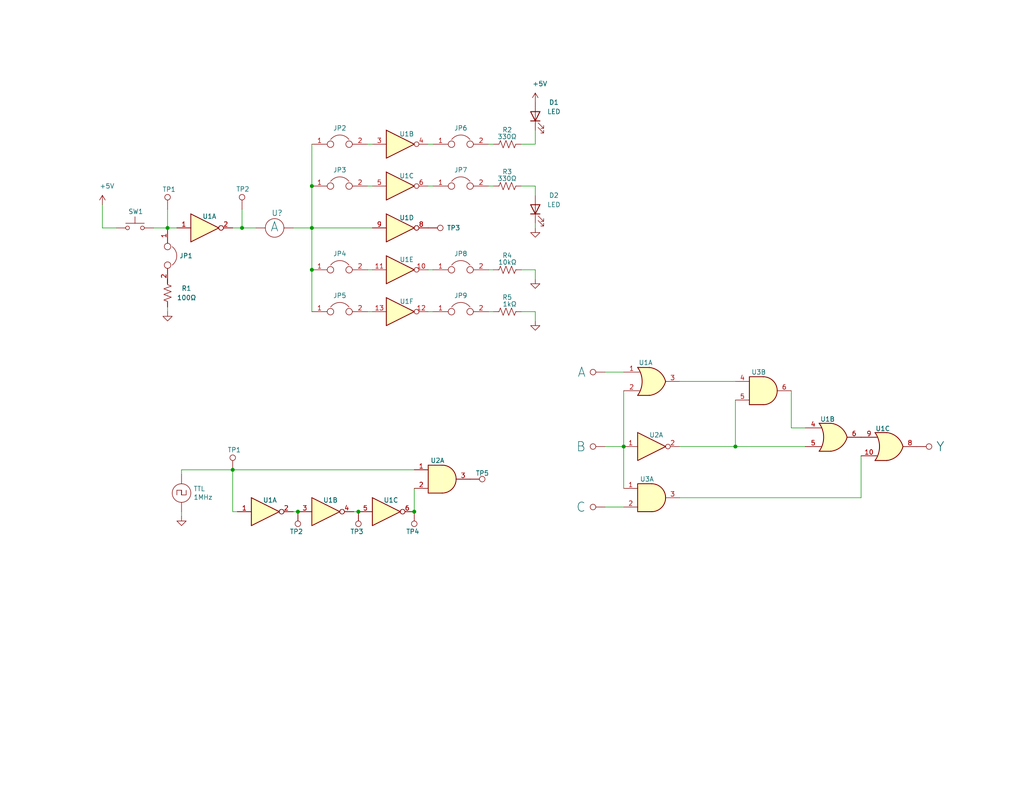
<source format=kicad_sch>
(kicad_sch (version 20211123) (generator eeschema)
  (paper "A")
  (lib_symbols
    (symbol "S2020-rescue:+5V-power" (power) (pin_names (offset 0))
      (property "Value" "+5V-power" (at 0 3.556 0))
      (symbol "+5V-power_0_1"
        (polyline (pts (xy -0.762 1.27) (xy 0 2.54)))
        (polyline (pts (xy 0 0) (xy 0 2.54)))
        (polyline (pts (xy 0 2.54) (xy 0.762 1.27)))
      )
      (symbol "+5V-power_1_1"
        (pin power_in line (at 0 0 90) (length 0) hide (name "+5V") (number "1"))
      )
    )
    (symbol "S2020-rescue:74LS04-74xx"
      (property "Reference" "U" (at 0 1.27 0))
      (property "Value" "74LS04-74xx" (at 0 -1.27 0))
      (symbol "74LS04-74xx_1_0"
        (polyline (pts (xy -3.81 3.81) (xy -3.81 -3.81) (xy 3.81 0) (xy -3.81 3.81)) (stroke (width 0.254)) (fill (type background)))
        (pin input line (at -7.62 0 0) (length 3.81) (name "~") (number "1"))
        (pin output inverted (at 7.62 0 180) (length 3.81) (name "~") (number "2"))
      )
      (symbol "74LS04-74xx_2_0"
        (polyline (pts (xy -3.81 3.81) (xy -3.81 -3.81) (xy 3.81 0) (xy -3.81 3.81)) (stroke (width 0.254)) (fill (type background)))
        (pin input line (at -7.62 0 0) (length 3.81) (name "~") (number "3"))
        (pin output inverted (at 7.62 0 180) (length 3.81) (name "~") (number "4"))
      )
      (symbol "74LS04-74xx_3_0"
        (polyline (pts (xy -3.81 3.81) (xy -3.81 -3.81) (xy 3.81 0) (xy -3.81 3.81)) (stroke (width 0.254)) (fill (type background)))
        (pin input line (at -7.62 0 0) (length 3.81) (name "~") (number "5"))
        (pin output inverted (at 7.62 0 180) (length 3.81) (name "~") (number "6"))
      )
      (symbol "74LS04-74xx_4_0"
        (polyline (pts (xy -3.81 3.81) (xy -3.81 -3.81) (xy 3.81 0) (xy -3.81 3.81)) (stroke (width 0.254)) (fill (type background)))
        (pin output inverted (at 7.62 0 180) (length 3.81) (name "~") (number "8"))
        (pin input line (at -7.62 0 0) (length 3.81) (name "~") (number "9"))
      )
      (symbol "74LS04-74xx_5_0"
        (polyline (pts (xy -3.81 3.81) (xy -3.81 -3.81) (xy 3.81 0) (xy -3.81 3.81)) (stroke (width 0.254)) (fill (type background)))
        (pin output inverted (at 7.62 0 180) (length 3.81) (name "~") (number "10"))
        (pin input line (at -7.62 0 0) (length 3.81) (name "~") (number "11"))
      )
      (symbol "74LS04-74xx_6_0"
        (polyline (pts (xy -3.81 3.81) (xy -3.81 -3.81) (xy 3.81 0) (xy -3.81 3.81)) (stroke (width 0.254)) (fill (type background)))
        (pin output inverted (at 7.62 0 180) (length 3.81) (name "~") (number "12"))
        (pin input line (at -7.62 0 0) (length 3.81) (name "~") (number "13"))
      )
      (symbol "74LS04-74xx_7_0"
        (pin power_in line (at 0 12.7 270) (length 5.08) (name "VCC") (number "14"))
        (pin power_in line (at 0 -12.7 90) (length 5.08) (name "GND") (number "7"))
      )
      (symbol "74LS04-74xx_7_1"
        (rectangle (start -5.08 7.62) (end 5.08 -7.62) (stroke (width 0.254)) (fill (type background)))
      )
    )
    (symbol "S2020-rescue:74LS08-74xx" (pin_names (offset 1.016))
      (property "Reference" "U" (at 0 1.27 0))
      (property "Value" "74LS08-74xx" (at 0 -1.27 0))
      (symbol "74LS08-74xx_1_1"
        (arc (start 0 -3.81) (mid 3.81 0) (end 0 3.81) (stroke (width 0.254)) (fill (type background)))
        (polyline (pts (xy 0 3.81) (xy -3.81 3.81) (xy -3.81 -3.81) (xy 0 -3.81)) (stroke (width 0.254)) (fill (type background)))
        (pin input line (at -7.62 2.54 0) (length 3.81) (name "~") (number "1"))
        (pin input line (at -7.62 -2.54 0) (length 3.81) (name "~") (number "2"))
        (pin output line (at 7.62 0 180) (length 3.81) (name "~") (number "3"))
      )
      (symbol "74LS08-74xx_1_2"
        (arc (start -3.81 -3.81) (mid -2.589 0) (end -3.81 3.81) (stroke (width 0.254)))
        (arc (start -0.6096 -3.81) (mid 2.1842 -2.5851) (end 3.81 0) (stroke (width 0.254)) (fill (type background)))
        (polyline (pts (xy -3.81 -3.81) (xy -0.635 -3.81)) (stroke (width 0.254)) (fill (type background)))
        (polyline (pts (xy -3.81 3.81) (xy -0.635 3.81)) (stroke (width 0.254)) (fill (type background)))
        (polyline (pts (xy -0.635 3.81) (xy -3.81 3.81) (xy -3.81 3.81) (xy -3.556 3.4036) (xy -3.0226 2.2606) (xy -2.6924 1.0414) (xy -2.6162 -0.254) (xy -2.7686 -1.4986) (xy -3.175 -2.7178) (xy -3.81 -3.81) (xy -3.81 -3.81) (xy -0.635 -3.81)) (stroke (width -25.4)) (fill (type background)))
        (arc (start 3.81 0) (mid 2.1915 2.5936) (end -0.6096 3.81) (stroke (width 0.254)) (fill (type background)))
        (pin input inverted (at -7.62 2.54 0) (length 4.318) (name "~") (number "1"))
        (pin input inverted (at -7.62 -2.54 0) (length 4.318) (name "~") (number "2"))
        (pin output inverted (at 7.62 0 180) (length 3.81) (name "~") (number "3"))
      )
      (symbol "74LS08-74xx_2_1"
        (arc (start 0 -3.81) (mid 3.81 0) (end 0 3.81) (stroke (width 0.254)) (fill (type background)))
        (polyline (pts (xy 0 3.81) (xy -3.81 3.81) (xy -3.81 -3.81) (xy 0 -3.81)) (stroke (width 0.254)) (fill (type background)))
        (pin input line (at -7.62 2.54 0) (length 3.81) (name "~") (number "4"))
        (pin input line (at -7.62 -2.54 0) (length 3.81) (name "~") (number "5"))
        (pin output line (at 7.62 0 180) (length 3.81) (name "~") (number "6"))
      )
      (symbol "74LS08-74xx_2_2"
        (arc (start -3.81 -3.81) (mid -2.589 0) (end -3.81 3.81) (stroke (width 0.254)))
        (arc (start -0.6096 -3.81) (mid 2.1842 -2.5851) (end 3.81 0) (stroke (width 0.254)) (fill (type background)))
        (polyline (pts (xy -3.81 -3.81) (xy -0.635 -3.81)) (stroke (width 0.254)) (fill (type background)))
        (polyline (pts (xy -3.81 3.81) (xy -0.635 3.81)) (stroke (width 0.254)) (fill (type background)))
        (polyline (pts (xy -0.635 3.81) (xy -3.81 3.81) (xy -3.81 3.81) (xy -3.556 3.4036) (xy -3.0226 2.2606) (xy -2.6924 1.0414) (xy -2.6162 -0.254) (xy -2.7686 -1.4986) (xy -3.175 -2.7178) (xy -3.81 -3.81) (xy -3.81 -3.81) (xy -0.635 -3.81)) (stroke (width -25.4)) (fill (type background)))
        (arc (start 3.81 0) (mid 2.1915 2.5936) (end -0.6096 3.81) (stroke (width 0.254)) (fill (type background)))
        (pin input inverted (at -7.62 2.54 0) (length 4.318) (name "~") (number "4"))
        (pin input inverted (at -7.62 -2.54 0) (length 4.318) (name "~") (number "5"))
        (pin output inverted (at 7.62 0 180) (length 3.81) (name "~") (number "6"))
      )
      (symbol "74LS08-74xx_3_1"
        (arc (start 0 -3.81) (mid 3.81 0) (end 0 3.81) (stroke (width 0.254)) (fill (type background)))
        (polyline (pts (xy 0 3.81) (xy -3.81 3.81) (xy -3.81 -3.81) (xy 0 -3.81)) (stroke (width 0.254)) (fill (type background)))
        (pin input line (at -7.62 -2.54 0) (length 3.81) (name "~") (number "10"))
        (pin output line (at 7.62 0 180) (length 3.81) (name "~") (number "8"))
        (pin input line (at -7.62 2.54 0) (length 3.81) (name "~") (number "9"))
      )
      (symbol "74LS08-74xx_3_2"
        (arc (start -3.81 -3.81) (mid -2.589 0) (end -3.81 3.81) (stroke (width 0.254)))
        (arc (start -0.6096 -3.81) (mid 2.1842 -2.5851) (end 3.81 0) (stroke (width 0.254)) (fill (type background)))
        (polyline (pts (xy -3.81 -3.81) (xy -0.635 -3.81)) (stroke (width 0.254)) (fill (type background)))
        (polyline (pts (xy -3.81 3.81) (xy -0.635 3.81)) (stroke (width 0.254)) (fill (type background)))
        (polyline (pts (xy -0.635 3.81) (xy -3.81 3.81) (xy -3.81 3.81) (xy -3.556 3.4036) (xy -3.0226 2.2606) (xy -2.6924 1.0414) (xy -2.6162 -0.254) (xy -2.7686 -1.4986) (xy -3.175 -2.7178) (xy -3.81 -3.81) (xy -3.81 -3.81) (xy -0.635 -3.81)) (stroke (width -25.4)) (fill (type background)))
        (arc (start 3.81 0) (mid 2.1915 2.5936) (end -0.6096 3.81) (stroke (width 0.254)) (fill (type background)))
        (pin input inverted (at -7.62 -2.54 0) (length 4.318) (name "~") (number "10"))
        (pin output inverted (at 7.62 0 180) (length 3.81) (name "~") (number "8"))
        (pin input inverted (at -7.62 2.54 0) (length 4.318) (name "~") (number "9"))
      )
      (symbol "74LS08-74xx_4_1"
        (arc (start 0 -3.81) (mid 3.81 0) (end 0 3.81) (stroke (width 0.254)) (fill (type background)))
        (polyline (pts (xy 0 3.81) (xy -3.81 3.81) (xy -3.81 -3.81) (xy 0 -3.81)) (stroke (width 0.254)) (fill (type background)))
        (pin output line (at 7.62 0 180) (length 3.81) (name "~") (number "11"))
        (pin input line (at -7.62 2.54 0) (length 3.81) (name "~") (number "12"))
        (pin input line (at -7.62 -2.54 0) (length 3.81) (name "~") (number "13"))
      )
      (symbol "74LS08-74xx_4_2"
        (arc (start -3.81 -3.81) (mid -2.589 0) (end -3.81 3.81) (stroke (width 0.254)))
        (arc (start -0.6096 -3.81) (mid 2.1842 -2.5851) (end 3.81 0) (stroke (width 0.254)) (fill (type background)))
        (polyline (pts (xy -3.81 -3.81) (xy -0.635 -3.81)) (stroke (width 0.254)) (fill (type background)))
        (polyline (pts (xy -3.81 3.81) (xy -0.635 3.81)) (stroke (width 0.254)) (fill (type background)))
        (polyline (pts (xy -0.635 3.81) (xy -3.81 3.81) (xy -3.81 3.81) (xy -3.556 3.4036) (xy -3.0226 2.2606) (xy -2.6924 1.0414) (xy -2.6162 -0.254) (xy -2.7686 -1.4986) (xy -3.175 -2.7178) (xy -3.81 -3.81) (xy -3.81 -3.81) (xy -0.635 -3.81)) (stroke (width -25.4)) (fill (type background)))
        (arc (start 3.81 0) (mid 2.1915 2.5936) (end -0.6096 3.81) (stroke (width 0.254)) (fill (type background)))
        (pin output inverted (at 7.62 0 180) (length 3.81) (name "~") (number "11"))
        (pin input inverted (at -7.62 2.54 0) (length 4.318) (name "~") (number "12"))
        (pin input inverted (at -7.62 -2.54 0) (length 4.318) (name "~") (number "13"))
      )
      (symbol "74LS08-74xx_5_0"
        (pin power_in line (at 0 12.7 270) (length 5.08) (name "VCC") (number "14"))
        (pin power_in line (at 0 -12.7 90) (length 5.08) (name "GND") (number "7"))
      )
      (symbol "74LS08-74xx_5_1"
        (rectangle (start -5.08 7.62) (end 5.08 -7.62) (stroke (width 0.254)) (fill (type background)))
      )
    )
    (symbol "S2020-rescue:74LS32-74xx" (pin_names (offset 1.016))
      (property "Reference" "U" (at 0 1.27 0))
      (property "Value" "74LS32-74xx" (at 0 -1.27 0))
      (symbol "74LS32-74xx_1_1"
        (arc (start -3.81 -3.81) (mid -2.589 0) (end -3.81 3.81) (stroke (width 0.254)))
        (arc (start -0.6096 -3.81) (mid 2.1842 -2.5851) (end 3.81 0) (stroke (width 0.254)) (fill (type background)))
        (polyline (pts (xy -3.81 -3.81) (xy -0.635 -3.81)) (stroke (width 0.254)) (fill (type background)))
        (polyline (pts (xy -3.81 3.81) (xy -0.635 3.81)) (stroke (width 0.254)) (fill (type background)))
        (polyline (pts (xy -0.635 3.81) (xy -3.81 3.81) (xy -3.81 3.81) (xy -3.556 3.4036) (xy -3.0226 2.2606) (xy -2.6924 1.0414) (xy -2.6162 -0.254) (xy -2.7686 -1.4986) (xy -3.175 -2.7178) (xy -3.81 -3.81) (xy -3.81 -3.81) (xy -0.635 -3.81)) (stroke (width -25.4)) (fill (type background)))
        (arc (start 3.81 0) (mid 2.1915 2.5936) (end -0.6096 3.81) (stroke (width 0.254)) (fill (type background)))
        (pin input line (at -7.62 2.54 0) (length 4.318) (name "~") (number "1"))
        (pin input line (at -7.62 -2.54 0) (length 4.318) (name "~") (number "2"))
        (pin output line (at 7.62 0 180) (length 3.81) (name "~") (number "3"))
      )
      (symbol "74LS32-74xx_1_2"
        (arc (start 0 -3.81) (mid 3.81 0) (end 0 3.81) (stroke (width 0.254)) (fill (type background)))
        (polyline (pts (xy 0 3.81) (xy -3.81 3.81) (xy -3.81 -3.81) (xy 0 -3.81)) (stroke (width 0.254)) (fill (type background)))
        (pin input inverted (at -7.62 2.54 0) (length 3.81) (name "~") (number "1"))
        (pin input inverted (at -7.62 -2.54 0) (length 3.81) (name "~") (number "2"))
        (pin output inverted (at 7.62 0 180) (length 3.81) (name "~") (number "3"))
      )
      (symbol "74LS32-74xx_2_1"
        (arc (start -3.81 -3.81) (mid -2.589 0) (end -3.81 3.81) (stroke (width 0.254)))
        (arc (start -0.6096 -3.81) (mid 2.1842 -2.5851) (end 3.81 0) (stroke (width 0.254)) (fill (type background)))
        (polyline (pts (xy -3.81 -3.81) (xy -0.635 -3.81)) (stroke (width 0.254)) (fill (type background)))
        (polyline (pts (xy -3.81 3.81) (xy -0.635 3.81)) (stroke (width 0.254)) (fill (type background)))
        (polyline (pts (xy -0.635 3.81) (xy -3.81 3.81) (xy -3.81 3.81) (xy -3.556 3.4036) (xy -3.0226 2.2606) (xy -2.6924 1.0414) (xy -2.6162 -0.254) (xy -2.7686 -1.4986) (xy -3.175 -2.7178) (xy -3.81 -3.81) (xy -3.81 -3.81) (xy -0.635 -3.81)) (stroke (width -25.4)) (fill (type background)))
        (arc (start 3.81 0) (mid 2.1915 2.5936) (end -0.6096 3.81) (stroke (width 0.254)) (fill (type background)))
        (pin input line (at -7.62 2.54 0) (length 4.318) (name "~") (number "4"))
        (pin input line (at -7.62 -2.54 0) (length 4.318) (name "~") (number "5"))
        (pin output line (at 7.62 0 180) (length 3.81) (name "~") (number "6"))
      )
      (symbol "74LS32-74xx_2_2"
        (arc (start 0 -3.81) (mid 3.81 0) (end 0 3.81) (stroke (width 0.254)) (fill (type background)))
        (polyline (pts (xy 0 3.81) (xy -3.81 3.81) (xy -3.81 -3.81) (xy 0 -3.81)) (stroke (width 0.254)) (fill (type background)))
        (pin input inverted (at -7.62 2.54 0) (length 3.81) (name "~") (number "4"))
        (pin input inverted (at -7.62 -2.54 0) (length 3.81) (name "~") (number "5"))
        (pin output inverted (at 7.62 0 180) (length 3.81) (name "~") (number "6"))
      )
      (symbol "74LS32-74xx_3_1"
        (arc (start -3.81 -3.81) (mid -2.589 0) (end -3.81 3.81) (stroke (width 0.254)))
        (arc (start -0.6096 -3.81) (mid 2.1842 -2.5851) (end 3.81 0) (stroke (width 0.254)) (fill (type background)))
        (polyline (pts (xy -3.81 -3.81) (xy -0.635 -3.81)) (stroke (width 0.254)) (fill (type background)))
        (polyline (pts (xy -3.81 3.81) (xy -0.635 3.81)) (stroke (width 0.254)) (fill (type background)))
        (polyline (pts (xy -0.635 3.81) (xy -3.81 3.81) (xy -3.81 3.81) (xy -3.556 3.4036) (xy -3.0226 2.2606) (xy -2.6924 1.0414) (xy -2.6162 -0.254) (xy -2.7686 -1.4986) (xy -3.175 -2.7178) (xy -3.81 -3.81) (xy -3.81 -3.81) (xy -0.635 -3.81)) (stroke (width -25.4)) (fill (type background)))
        (arc (start 3.81 0) (mid 2.1915 2.5936) (end -0.6096 3.81) (stroke (width 0.254)) (fill (type background)))
        (pin input line (at -7.62 -2.54 0) (length 4.318) (name "~") (number "10"))
        (pin output line (at 7.62 0 180) (length 3.81) (name "~") (number "8"))
        (pin input line (at -7.62 2.54 0) (length 4.318) (name "~") (number "9"))
      )
      (symbol "74LS32-74xx_3_2"
        (arc (start 0 -3.81) (mid 3.81 0) (end 0 3.81) (stroke (width 0.254)) (fill (type background)))
        (polyline (pts (xy 0 3.81) (xy -3.81 3.81) (xy -3.81 -3.81) (xy 0 -3.81)) (stroke (width 0.254)) (fill (type background)))
        (pin input inverted (at -7.62 -2.54 0) (length 3.81) (name "~") (number "10"))
        (pin output inverted (at 7.62 0 180) (length 3.81) (name "~") (number "8"))
        (pin input inverted (at -7.62 2.54 0) (length 3.81) (name "~") (number "9"))
      )
      (symbol "74LS32-74xx_4_1"
        (arc (start -3.81 -3.81) (mid -2.589 0) (end -3.81 3.81) (stroke (width 0.254)))
        (arc (start -0.6096 -3.81) (mid 2.1842 -2.5851) (end 3.81 0) (stroke (width 0.254)) (fill (type background)))
        (polyline (pts (xy -3.81 -3.81) (xy -0.635 -3.81)) (stroke (width 0.254)) (fill (type background)))
        (polyline (pts (xy -3.81 3.81) (xy -0.635 3.81)) (stroke (width 0.254)) (fill (type background)))
        (polyline (pts (xy -0.635 3.81) (xy -3.81 3.81) (xy -3.81 3.81) (xy -3.556 3.4036) (xy -3.0226 2.2606) (xy -2.6924 1.0414) (xy -2.6162 -0.254) (xy -2.7686 -1.4986) (xy -3.175 -2.7178) (xy -3.81 -3.81) (xy -3.81 -3.81) (xy -0.635 -3.81)) (stroke (width -25.4)) (fill (type background)))
        (arc (start 3.81 0) (mid 2.1915 2.5936) (end -0.6096 3.81) (stroke (width 0.254)) (fill (type background)))
        (pin output line (at 7.62 0 180) (length 3.81) (name "~") (number "11"))
        (pin input line (at -7.62 2.54 0) (length 4.318) (name "~") (number "12"))
        (pin input line (at -7.62 -2.54 0) (length 4.318) (name "~") (number "13"))
      )
      (symbol "74LS32-74xx_4_2"
        (arc (start 0 -3.81) (mid 3.81 0) (end 0 3.81) (stroke (width 0.254)) (fill (type background)))
        (polyline (pts (xy 0 3.81) (xy -3.81 3.81) (xy -3.81 -3.81) (xy 0 -3.81)) (stroke (width 0.254)) (fill (type background)))
        (pin output inverted (at 7.62 0 180) (length 3.81) (name "~") (number "11"))
        (pin input inverted (at -7.62 2.54 0) (length 3.81) (name "~") (number "12"))
        (pin input inverted (at -7.62 -2.54 0) (length 3.81) (name "~") (number "13"))
      )
      (symbol "74LS32-74xx_5_0"
        (pin power_in line (at 0 12.7 270) (length 5.08) (name "VCC") (number "14"))
        (pin power_in line (at 0 -12.7 90) (length 5.08) (name "GND") (number "7"))
      )
      (symbol "74LS32-74xx_5_1"
        (rectangle (start -5.08 7.62) (end 5.08 -7.62) (stroke (width 0.254)) (fill (type background)))
      )
    )
    (symbol "S2020-rescue:Amp-Meter-00TJR" (pin_numbers hide) (pin_names (offset 0))
      (property "Reference" "A" (at 4.318 0 0))
      (property "Value" "Amp-Meter-00TJR" (at 6.8834 2.667 0))
      (symbol "Amp-Meter-00TJR_0_1"
        (circle (center 5.08 0) (radius 2.54))
      )
      (symbol "Amp-Meter-00TJR_1_1"
        (pin passive line (at 0 0 0) (length 2.54) (name "~") (number "1"))
        (pin passive line (at 10.16 0 180) (length 2.54) (name "~") (number "2"))
      )
    )
    (symbol "S2020-rescue:GND-00TJR" (power) (pin_names (offset 0))
      (property "Value" "GND-00TJR" (at 0 -3.81 0))
      (symbol "GND-00TJR_0_1"
        (polyline (pts (xy 0 0) (xy 0 -1.27) (xy 1.27 -1.27) (xy 0 -2.54) (xy -1.27 -1.27) (xy 0 -1.27)))
      )
      (symbol "GND-00TJR_1_1"
        (pin power_in line (at 0 0 270) (length 0) hide (name "GND") (number "1"))
      )
    )
    (symbol "S2020-rescue:Jumper-Device" (pin_names (offset 0.762) hide)
      (property "Reference" "JP" (at 0 3.81 0))
      (property "Value" "Jumper-Device" (at 0 -2.032 0))
      (symbol "Jumper-Device_0_1"
        (circle (center -2.54 0) (radius 0.889))
        (arc (start 2.5146 1.27) (mid 0.0078 2.5097) (end -2.4892 1.27))
        (circle (center 2.54 0) (radius 0.889))
        (pin passive line (at -7.62 0 0) (length 4.191) (name "1") (number "1"))
        (pin passive line (at 7.62 0 180) (length 4.191) (name "2") (number "2"))
      )
    )
    (symbol "S2020-rescue:LED-Device" (pin_numbers hide) (pin_names (offset 1.016) hide)
      (property "Reference" "D" (at 0 2.54 0))
      (property "Value" "LED-Device" (at 0 -2.54 0))
      (symbol "LED-Device_0_1"
        (polyline (pts (xy -1.27 -1.27) (xy -1.27 1.27)) (stroke (width 0.254)))
        (polyline (pts (xy -1.27 0) (xy 1.27 0)))
        (polyline (pts (xy 1.27 -1.27) (xy 1.27 1.27) (xy -1.27 0) (xy 1.27 -1.27)) (stroke (width 0.254)))
        (polyline (pts (xy -3.048 -0.762) (xy -4.572 -2.286) (xy -3.81 -2.286) (xy -4.572 -2.286) (xy -4.572 -1.524)))
        (polyline (pts (xy -1.778 -0.762) (xy -3.302 -2.286) (xy -2.54 -2.286) (xy -3.302 -2.286) (xy -3.302 -1.524)))
      )
      (symbol "LED-Device_1_1"
        (pin passive line (at -3.81 0 0) (length 2.54) (name "K") (number "1"))
        (pin passive line (at 3.81 0 180) (length 2.54) (name "A") (number "2"))
      )
    )
    (symbol "S2020-rescue:Oscilloscope-Device" (pin_numbers hide) (pin_names (offset 0.0254) hide)
      (property "Reference" "MES" (at -3.302 1.016 0))
      (property "Value" "Oscilloscope-Device" (at -3.302 -0.762 0))
      (symbol "Oscilloscope-Device_0_0"
        (arc (start -1.016 0.508) (mid -1.397 0.889) (end -1.778 0.508) (stroke (width 0.254)))
        (arc (start -0.762 -0.508) (mid -0.381 -0.889) (end 0 -0.508) (stroke (width 0.254)))
        (polyline (pts (xy -1.778 0.508) (xy -1.905 0)) (stroke (width 0.254)))
        (polyline (pts (xy -1.016 0.508) (xy -0.762 -0.508)) (stroke (width 0.254)))
        (polyline (pts (xy 0 -0.508) (xy 0.254 0.508)) (stroke (width 0.254)))
        (polyline (pts (xy 1.016 0.508) (xy 1.27 -0.508)) (stroke (width 0.254)))
        (polyline (pts (xy 2.032 -0.508) (xy 2.159 0)) (stroke (width 0.254)))
        (arc (start 1.016 0.508) (mid 0.635 0.889) (end 0.254 0.508) (stroke (width 0.254)))
        (arc (start 1.27 -0.508) (mid 1.651 -0.889) (end 2.032 -0.508) (stroke (width 0.254)))
      )
      (symbol "Oscilloscope-Device_0_1"
        (polyline (pts (xy 0.254 3.81) (xy 0.762 3.81)))
        (polyline (pts (xy 0.508 4.064) (xy 0.508 3.556)))
        (circle (center 0 0) (radius 2.54) (stroke (width 0.254)))
      )
      (symbol "Oscilloscope-Device_1_1"
        (pin passive line (at 0 -5.08 90) (length 2.54) (name "-") (number "1"))
        (pin passive line (at 0 5.08 270) (length 2.54) (name "+") (number "2"))
      )
    )
    (symbol "S2020-rescue:R_US-Device" (pin_numbers hide) (pin_names (offset 0))
      (property "Reference" "R" (at 2.54 0 90))
      (property "Value" "R_US-Device" (at -2.54 0 90))
      (symbol "R_US-Device_0_1"
        (polyline (pts (xy 0 -2.286) (xy 0 -2.54)))
        (polyline (pts (xy 0 2.286) (xy 0 2.54)))
        (polyline (pts (xy 0 -0.762) (xy 1.016 -1.143) (xy 0 -1.524) (xy -1.016 -1.905) (xy 0 -2.286)))
        (polyline (pts (xy 0 0.762) (xy 1.016 0.381) (xy 0 0) (xy -1.016 -0.381) (xy 0 -0.762)))
        (polyline (pts (xy 0 2.286) (xy 1.016 1.905) (xy 0 1.524) (xy -1.016 1.143) (xy 0 0.762)))
      )
      (symbol "R_US-Device_1_1"
        (pin passive line (at 0 3.81 270) (length 1.27) (name "~") (number "1"))
        (pin passive line (at 0 -3.81 90) (length 1.27) (name "~") (number "2"))
      )
    )
    (symbol "S2020-rescue:SQgen-00TJR" (pin_numbers hide) (pin_names (offset 0))
      (property "Reference" "G" (at -4.8768 1.3462 0))
      (property "Value" "SQgen-00TJR" (at -4.8514 3.429 0))
      (symbol "SQgen-00TJR_0_1"
        (polyline (pts (xy -1.27 0.762) (xy -1.27 -0.508)))
        (polyline (pts (xy -1.27 0.762) (xy 0 0.762)))
        (polyline (pts (xy 0 -0.508) (xy 0 0.762)))
        (polyline (pts (xy 0 -0.508) (xy 1.27 -0.508)))
        (polyline (pts (xy 0 0.762) (xy 0 -0.508)))
        (polyline (pts (xy 1.27 -0.508) (xy 1.27 0.762)))
        (circle (center 0 0) (radius 2.54))
      )
      (symbol "SQgen-00TJR_1_1"
        (pin passive line (at 0 5.08 270) (length 2.54) (name "~") (number "1"))
        (pin passive line (at 0 -5.08 90) (length 2.54) (name "~") (number "2"))
      )
    )
    (symbol "S2020-rescue:SW_Push-Switch" (pin_numbers hide) (pin_names (offset 1.016) hide)
      (property "Reference" "SW" (at 1.27 2.54 0))
      (property "Value" "SW_Push-Switch" (at 0 -1.524 0))
      (symbol "SW_Push-Switch_0_1"
        (circle (center -2.032 0) (radius 0.508))
        (polyline (pts (xy 0 1.27) (xy 0 3.048)))
        (polyline (pts (xy 2.54 1.27) (xy -2.54 1.27)))
        (circle (center 2.032 0) (radius 0.508))
        (pin passive line (at -5.08 0 0) (length 2.54) (name "1") (number "1"))
        (pin passive line (at 5.08 0 180) (length 2.54) (name "2") (number "2"))
      )
    )
    (symbol "S2020-rescue:TestPoint-Connector" (pin_numbers hide) (pin_names (offset 0.762) hide)
      (property "Reference" "TP" (at 0 6.858 0))
      (property "Value" "TestPoint-Connector" (at 0 5.08 0))
      (symbol "TestPoint-Connector_0_1"
        (circle (center 0 3.302) (radius 0.762))
      )
      (symbol "TestPoint-Connector_1_1"
        (pin passive line (at 0 0 90) (length 2.54) (name "1") (number "1"))
      )
    )
  )
  (junction (at 85.09 73.66))
  (junction (at 113.03 139.7))
  (junction (at 200.66 121.92))
  (junction (at 63.5 128.27))
  (junction (at 45.72 62.23))
  (junction (at 170.18 121.92))
  (junction (at 97.79 139.7))
  (junction (at 81.28 139.7))
  (junction (at 85.09 62.23))
  (junction (at 66.04 62.23))
  (junction (at 85.09 50.8))
  (wire (pts (xy 100.33 50.8) (xy 101.6 50.8)))
  (wire (pts (xy 185.42 104.14) (xy 200.66 104.14)))
  (wire (pts (xy 116.84 39.37) (xy 118.11 39.37)))
  (wire (pts (xy 113.03 133.35) (xy 113.03 139.7)))
  (wire (pts (xy 200.66 109.22) (xy 200.66 121.92)))
  (wire (pts (xy 170.18 133.35) (xy 170.18 121.92)))
  (wire (pts (xy 63.5 62.23) (xy 66.04 62.23)))
  (wire (pts (xy 85.09 73.66) (xy 85.09 85.09)))
  (wire (pts (xy 85.09 50.8) (xy 85.09 62.23)))
  (wire (pts (xy 146.05 85.09) (xy 146.05 87.63)))
  (wire (pts (xy 133.35 50.8) (xy 134.62 50.8)))
  (wire (pts (xy 64.77 139.7) (xy 63.5 139.7)))
  (wire (pts (xy 97.79 139.7) (xy 96.52 139.7)))
  (wire (pts (xy 63.5 128.27) (xy 113.03 128.27)))
  (wire (pts (xy 146.05 39.37) (xy 146.05 35.56)))
  (wire (pts (xy 66.04 57.15) (xy 66.04 62.23)))
  (wire (pts (xy 85.09 39.37) (xy 85.09 50.8)))
  (wire (pts (xy 63.5 139.7) (xy 63.5 128.27)))
  (wire (pts (xy 66.04 62.23) (xy 69.85 62.23)))
  (wire (pts (xy 116.84 50.8) (xy 118.11 50.8)))
  (wire (pts (xy 27.94 55.88) (xy 27.94 62.23)))
  (wire (pts (xy 45.72 77.47) (xy 45.72 76.2)))
  (wire (pts (xy 116.84 85.09) (xy 118.11 85.09)))
  (wire (pts (xy 49.53 139.7) (xy 49.53 140.97)))
  (wire (pts (xy 215.9 106.68) (xy 215.9 116.84)))
  (wire (pts (xy 142.24 85.09) (xy 146.05 85.09)))
  (wire (pts (xy 133.35 73.66) (xy 134.62 73.66)))
  (wire (pts (xy 146.05 50.8) (xy 146.05 53.34)))
  (wire (pts (xy 45.72 57.15) (xy 45.72 62.23)))
  (wire (pts (xy 27.94 62.23) (xy 31.75 62.23)))
  (wire (pts (xy 116.84 73.66) (xy 118.11 73.66)))
  (wire (pts (xy 170.18 101.6) (xy 165.1 101.6)))
  (wire (pts (xy 45.72 83.82) (xy 45.72 85.09)))
  (wire (pts (xy 48.26 62.23) (xy 45.72 62.23)))
  (wire (pts (xy 133.35 85.09) (xy 134.62 85.09)))
  (wire (pts (xy 142.24 39.37) (xy 146.05 39.37)))
  (wire (pts (xy 63.5 128.27) (xy 49.53 128.27)))
  (wire (pts (xy 185.42 121.92) (xy 200.66 121.92)))
  (wire (pts (xy 142.24 50.8) (xy 146.05 50.8)))
  (wire (pts (xy 81.28 139.7) (xy 80.01 139.7)))
  (wire (pts (xy 100.33 73.66) (xy 101.6 73.66)))
  (wire (pts (xy 146.05 73.66) (xy 146.05 76.2)))
  (wire (pts (xy 80.01 62.23) (xy 85.09 62.23)))
  (wire (pts (xy 170.18 121.92) (xy 165.1 121.92)))
  (wire (pts (xy 200.66 121.92) (xy 219.71 121.92)))
  (wire (pts (xy 100.33 39.37) (xy 101.6 39.37)))
  (wire (pts (xy 234.95 135.89) (xy 234.95 124.46)))
  (wire (pts (xy 100.33 85.09) (xy 101.6 85.09)))
  (wire (pts (xy 170.18 138.43) (xy 165.1 138.43)))
  (wire (pts (xy 49.53 128.27) (xy 49.53 129.54)))
  (wire (pts (xy 146.05 60.96) (xy 146.05 62.23)))
  (wire (pts (xy 133.35 39.37) (xy 134.62 39.37)))
  (wire (pts (xy 41.91 62.23) (xy 45.72 62.23)))
  (wire (pts (xy 85.09 62.23) (xy 101.6 62.23)))
  (wire (pts (xy 215.9 116.84) (xy 219.71 116.84)))
  (wire (pts (xy 85.09 62.23) (xy 85.09 73.66)))
  (wire (pts (xy 185.42 135.89) (xy 234.95 135.89)))
  (wire (pts (xy 170.18 106.68) (xy 170.18 121.92)))
  (wire (pts (xy 142.24 73.66) (xy 146.05 73.66)))
  (symbol (lib_id "S2020-rescue:TestPoint-Connector") (at 45.72 57.15 0) (unit 1)
    (property "Reference" "TP1" (at 44.2976 51.7144 0) (effects (justify left)))
    (property "Value" "h" (effects hide))
  )
  (symbol (lib_id "S2020-rescue:+5V-power") (at 146.05 27.94 0) (unit 1)
    (property "Reference" "#PWR03" (effects hide))
    (property "Value" "+5V" (at 147.32 22.86 0))
  )
  (symbol (lib_id "S2020-rescue:SW_Push-Switch") (at 36.83 62.23 0) (unit 1)
    (property "Reference" "SW1" (at 37.0332 57.7596 0))
    (property "Value" "SW_Push" (effects hide))
  )
  (symbol (lib_id "S2020-rescue:+5V-power") (at 27.94 55.88 0) (unit 1)
    (property "Reference" "#PWR01" (effects hide))
    (property "Value" "+5V" (at 29.21 50.8 0))
  )
  (symbol (lib_id "S2020-rescue:TestPoint-Connector") (at 66.04 57.15 0) (unit 1)
    (property "Reference" "TP2" (at 64.4144 51.6382 0) (effects (justify left)))
    (property "Value" "h" (effects hide))
  )
  (symbol (lib_id "S2020-rescue:GND-00TJR") (at 45.72 85.09 0) (unit 1)
    (property "Reference" "#PWR02" (effects hide))
    (property "Value" "GND" (effects hide))
  )
  (symbol (lib_id "S2020-rescue:TestPoint-Connector") (at 63.5 128.27 0) (unit 1)
    (property "Reference" "TP1" (at 62.0776 122.8344 0) (effects (justify left)))
    (property "Value" "h" (effects hide))
  )
  (symbol (lib_id "S2020-rescue:TestPoint-Connector") (at 81.28 139.7 180) (unit 1)
    (property "Reference" "TP2" (at 82.7024 145.1356 0) (effects (justify left)))
    (property "Value" "h" (effects hide))
  )
  (symbol (lib_id "S2020-rescue:SQgen-00TJR") (at 49.53 134.62 0) (unit 1)
    (property "Reference" "TTL" (at 52.7812 133.4516 0) (effects (justify left)))
    (property "Value" "1MHz" (at 52.7812 135.763 0) (effects (justify left)))
  )
  (symbol (lib_id "S2020-rescue:TestPoint-Connector") (at 97.79 139.7 180) (unit 1)
    (property "Reference" "TP3" (at 99.2124 145.1356 0) (effects (justify left)))
    (property "Value" "h" (effects hide))
  )
  (symbol (lib_id "S2020-rescue:TestPoint-Connector") (at 113.03 139.7 180) (unit 1)
    (property "Reference" "TP4" (at 114.4524 145.1356 0) (effects (justify left)))
    (property "Value" "h" (effects hide))
  )
  (symbol (lib_id "S2020-rescue:Amp-Meter-00TJR") (at 69.85 62.23 0) (unit 1)
    (property "Value" "A" (at 74.9046 61.8998 0) (effects (font (size 2.54 2.54))))
  )
  (symbol (lib_id "S2020-rescue:74LS32-74xx") (at 227.33 119.38 0) (unit 2)
    (property "Reference" "U1" (at 225.806 114.4524 0))
    (property "Value" "74LS32" (effects hide))
    (property "Datasheet" "http://www.ti.com/lit/gpn/sn74LS32" (effects hide))
  )
  (symbol (lib_id "S2020-rescue:74LS32-74xx") (at 177.8 104.14 0) (unit 1)
    (property "Reference" "U1" (at 176.1744 99.0092 0))
    (property "Value" "74LS32" (effects hide))
    (property "Datasheet" "http://www.ti.com/lit/gpn/sn74LS32" (effects hide))
  )
  (symbol (lib_id "S2020-rescue:74LS08-74xx") (at 177.8 135.89 0) (unit 1)
    (property "Reference" "U3" (at 176.53 130.81 0))
    (property "Value" "74LS08" (effects hide))
    (property "Datasheet" "http://www.ti.com/lit/gpn/sn74LS08" (effects hide))
  )
  (symbol (lib_id "S2020-rescue:74LS08-74xx") (at 208.28 106.68 0) (unit 2)
    (property "Reference" "U3" (at 207.01 101.6 0))
    (property "Value" "74LS08" (effects hide))
    (property "Datasheet" "http://www.ti.com/lit/gpn/sn74LS08" (effects hide))
  )
  (symbol (lib_id "S2020-rescue:74LS04-74xx") (at 177.8 121.92 0) (unit 1)
    (property "Reference" "U2" (at 179.07 118.7704 0))
    (property "Value" "7404" (effects hide))
    (property "Datasheet" "http://www.ti.com/lit/gpn/sn74LS04" (effects hide))
  )
  (symbol (lib_id "S2020-rescue:Oscilloscope-Device") (at 323.85 90.17 0) (unit 1)
    (property "Value" "Oscilloscope" (at 327.152 91.313 0) (effects (justify left)))
  )
  (symbol (lib_id "S2020-rescue:74LS04-74xx") (at 55.88 62.23 0) (unit 1)
    (property "Reference" "U1" (at 57.15 59.0804 0))
    (property "Value" "7404" (effects hide))
    (property "Datasheet" "http://www.ti.com/lit/gpn/sn74LS04" (effects hide))
  )
  (symbol (lib_id "S2020-rescue:74LS04-74xx") (at 109.22 85.09 0) (unit 6)
    (property "Reference" "U1" (at 110.9726 82.296 0))
    (property "Value" "7404" (effects hide))
    (property "Datasheet" "http://www.ti.com/lit/gpn/sn74LS04" (effects hide))
  )
  (symbol (lib_id "S2020-rescue:R_US-Device") (at 45.72 80.01 0) (unit 1)
    (property "Reference" "R1" (at 49.53 78.74 0) (effects (justify left)))
    (property "Value" "100Ω" (at 48.26 81.28 0) (effects (justify left)))
  )
  (symbol (lib_id "S2020-rescue:LED-Device") (at 146.05 31.75 90) (unit 1)
    (property "Reference" "D1" (at 151.13 27.94 90))
    (property "Value" "LED" (at 151.13 30.48 90))
  )
  (symbol (lib_id "S2020-rescue:74LS32-74xx") (at 242.57 121.92 0) (unit 3)
    (property "Reference" "U1" (at 240.8682 117.0178 0))
    (property "Value" "74LS32" (effects hide))
    (property "Datasheet" "http://www.ti.com/lit/gpn/sn74LS32" (effects hide))
  )
  (symbol (lib_id "S2020-rescue:GND-00TJR") (at 146.05 76.2 0) (unit 1)
    (property "Reference" "#PWR05" (effects hide))
    (property "Value" "GND" (effects hide))
  )
  (symbol (lib_id "S2020-rescue:TestPoint-Connector") (at 165.1 101.6 90) (unit 1)
    (property "Reference" "TP?" (effects hide))
    (property "Value" "A" (at 160.02 101.6 90) (effects (font (size 2.54 2.54)) (justify left)))
  )
  (symbol (lib_id "S2020-rescue:R_US-Device") (at 138.43 39.37 90) (unit 1)
    (property "Reference" "R2" (at 139.7508 35.4584 90) (effects (justify left)))
    (property "Value" "330Ω" (at 141.0208 37.3126 90) (effects (justify left)))
  )
  (symbol (lib_id "S2020-rescue:R_US-Device") (at 138.43 73.66 90) (unit 1)
    (property "Reference" "R4" (at 139.7508 69.7484 90) (effects (justify left)))
    (property "Value" "10kΩ" (at 141.0208 71.6026 90) (effects (justify left)))
  )
  (symbol (lib_id "S2020-rescue:TestPoint-Connector") (at 116.84 62.23 270) (unit 1)
    (property "Reference" "TP3" (at 121.92 62.23 90) (effects (justify left)))
    (property "Value" "h" (effects hide))
  )
  (symbol (lib_id "S2020-rescue:TestPoint-Connector") (at 165.1 121.92 90) (unit 1)
    (property "Reference" "TP?" (effects hide))
    (property "Value" "B" (at 160.02 121.92 90) (effects (font (size 2.54 2.54)) (justify left)))
  )
  (symbol (lib_id "S2020-rescue:TestPoint-Connector") (at 165.1 138.43 90) (unit 1)
    (property "Reference" "TP?" (effects hide))
    (property "Value" "C" (at 160.02 138.43 90) (effects (font (size 2.54 2.54)) (justify left)))
  )
  (symbol (lib_id "S2020-rescue:TestPoint-Connector") (at 250.19 121.92 270) (unit 1)
    (property "Reference" "TP?" (effects hide))
    (property "Value" "Y" (at 255.27 121.92 90) (effects (font (size 2.54 2.54)) (justify left)))
  )
  (symbol (lib_id "S2020-rescue:GND-00TJR") (at 146.05 87.63 0) (unit 1)
    (property "Reference" "#PWR06" (effects hide))
    (property "Value" "GND" (effects hide))
  )
  (symbol (lib_id "S2020-rescue:R_US-Device") (at 138.43 85.09 90) (unit 1)
    (property "Reference" "R5" (at 139.7508 81.1784 90) (effects (justify left)))
    (property "Value" "1kΩ" (at 141.0208 83.0326 90) (effects (justify left)))
  )
  (symbol (lib_id "S2020-rescue:R_US-Device") (at 138.43 50.8 90) (unit 1)
    (property "Reference" "R3" (at 139.7508 46.8884 90) (effects (justify left)))
    (property "Value" "330Ω" (at 141.0208 48.7426 90) (effects (justify left)))
  )
  (symbol (lib_id "S2020-rescue:LED-Device") (at 146.05 57.15 90) (unit 1)
    (property "Reference" "D2" (at 151.13 53.34 90))
    (property "Value" "LED" (at 151.13 55.88 90))
  )
  (symbol (lib_id "S2020-rescue:GND-00TJR") (at 146.05 62.23 0) (unit 1)
    (property "Reference" "#PWR04" (effects hide))
    (property "Value" "GND" (effects hide))
  )
  (symbol (lib_id "S2020-rescue:74LS04-74xx") (at 109.22 73.66 0) (unit 5)
    (property "Reference" "U1" (at 110.9726 70.866 0))
    (property "Value" "7404" (effects hide))
    (property "Datasheet" "http://www.ti.com/lit/gpn/sn74LS04" (effects hide))
  )
  (symbol (lib_id "S2020-rescue:74LS04-74xx") (at 109.22 62.23 0) (unit 4)
    (property "Reference" "U1" (at 110.9726 59.436 0))
    (property "Value" "7404" (effects hide))
    (property "Datasheet" "http://www.ti.com/lit/gpn/sn74LS04" (effects hide))
  )
  (symbol (lib_id "S2020-rescue:74LS04-74xx") (at 109.22 50.8 0) (unit 3)
    (property "Reference" "U1" (at 110.9726 48.006 0))
    (property "Value" "7404" (effects hide))
    (property "Datasheet" "http://www.ti.com/lit/gpn/sn74LS04" (effects hide))
  )
  (symbol (lib_id "S2020-rescue:74LS04-74xx") (at 109.22 39.37 0) (unit 2)
    (property "Reference" "U1" (at 110.9726 36.576 0))
    (property "Value" "7404" (effects hide))
    (property "Datasheet" "http://www.ti.com/lit/gpn/sn74LS04" (effects hide))
  )
  (symbol (lib_id "S2020-rescue:Jumper-Device") (at 92.71 39.37 0) (unit 1)
    (property "Reference" "JP2" (at 92.71 34.9758 0))
    (property "Value" "Jumper" (effects hide))
  )
  (symbol (lib_id "S2020-rescue:Jumper-Device") (at 92.71 50.8 0) (unit 1)
    (property "Reference" "JP3" (at 92.71 46.4058 0))
    (property "Value" "Jumper" (effects hide))
  )
  (symbol (lib_id "S2020-rescue:Jumper-Device") (at 92.71 73.66 0) (unit 1)
    (property "Reference" "JP4" (at 92.71 69.2658 0))
    (property "Value" "Jumper" (effects hide))
  )
  (symbol (lib_id "S2020-rescue:Jumper-Device") (at 92.71 85.09 0) (unit 1)
    (property "Reference" "JP5" (at 92.71 80.6958 0))
    (property "Value" "Jumper" (effects hide))
  )
  (symbol (lib_id "S2020-rescue:Jumper-Device") (at 125.73 39.37 0) (unit 1)
    (property "Reference" "JP6" (at 125.73 34.9758 0))
    (property "Value" "Jumper" (effects hide))
  )
  (symbol (lib_id "S2020-rescue:Jumper-Device") (at 125.73 50.8 0) (unit 1)
    (property "Reference" "JP7" (at 125.73 46.4058 0))
    (property "Value" "Jumper" (effects hide))
  )
  (symbol (lib_id "S2020-rescue:Jumper-Device") (at 125.73 73.66 0) (unit 1)
    (property "Reference" "JP8" (at 125.73 69.2658 0))
    (property "Value" "Jumper" (effects hide))
  )
  (symbol (lib_id "S2020-rescue:Jumper-Device") (at 125.73 85.09 0) (unit 1)
    (property "Reference" "JP9" (at 125.73 80.6958 0))
    (property "Value" "Jumper" (effects hide))
  )
  (symbol (lib_id "S2020-rescue:Jumper-Device") (at 45.72 69.85 270) (unit 1)
    (property "Reference" "JP1" (at 48.9204 69.85 90) (effects (justify left)))
    (property "Value" "Jumper" (effects hide))
  )
  (symbol (lib_id "S2020-rescue:74LS04-74xx") (at 72.39 139.7 0) (unit 1)
    (property "Reference" "U1" (at 73.66 136.5504 0))
    (property "Value" "7404" (effects hide))
    (property "Datasheet" "http://www.ti.com/lit/gpn/sn74LS04" (effects hide))
  )
  (symbol (lib_id "S2020-rescue:74LS04-74xx") (at 88.9 139.7 0) (unit 2)
    (property "Reference" "U1" (at 90.17 136.5504 0))
    (property "Value" "7404" (effects hide))
    (property "Datasheet" "http://www.ti.com/lit/gpn/sn74LS04" (effects hide))
  )
  (symbol (lib_id "S2020-rescue:74LS04-74xx") (at 105.41 139.7 0) (unit 3)
    (property "Reference" "U1" (at 106.68 136.5504 0))
    (property "Value" "7404" (effects hide))
    (property "Datasheet" "http://www.ti.com/lit/gpn/sn74LS04" (effects hide))
  )
  (symbol (lib_id "S2020-rescue:74LS08-74xx") (at 120.65 130.81 0) (unit 1)
    (property "Reference" "U2" (at 119.38 125.73 0))
    (property "Value" "74LS08" (effects hide))
    (property "Datasheet" "http://www.ti.com/lit/gpn/sn74LS08" (effects hide))
  )
  (symbol (lib_id "S2020-rescue:GND-00TJR") (at 49.53 140.97 0) (unit 1)
    (property "Reference" "#PWR?" (effects hide))
    (property "Value" "GND" (effects hide))
  )
  (symbol (lib_id "S2020-rescue:TestPoint-Connector") (at 128.27 130.81 270) (unit 1)
    (property "Reference" "TP5" (at 129.7686 129.2098 90) (effects (justify left)))
    (property "Value" "h" (effects hide))
  )
)
</source>
